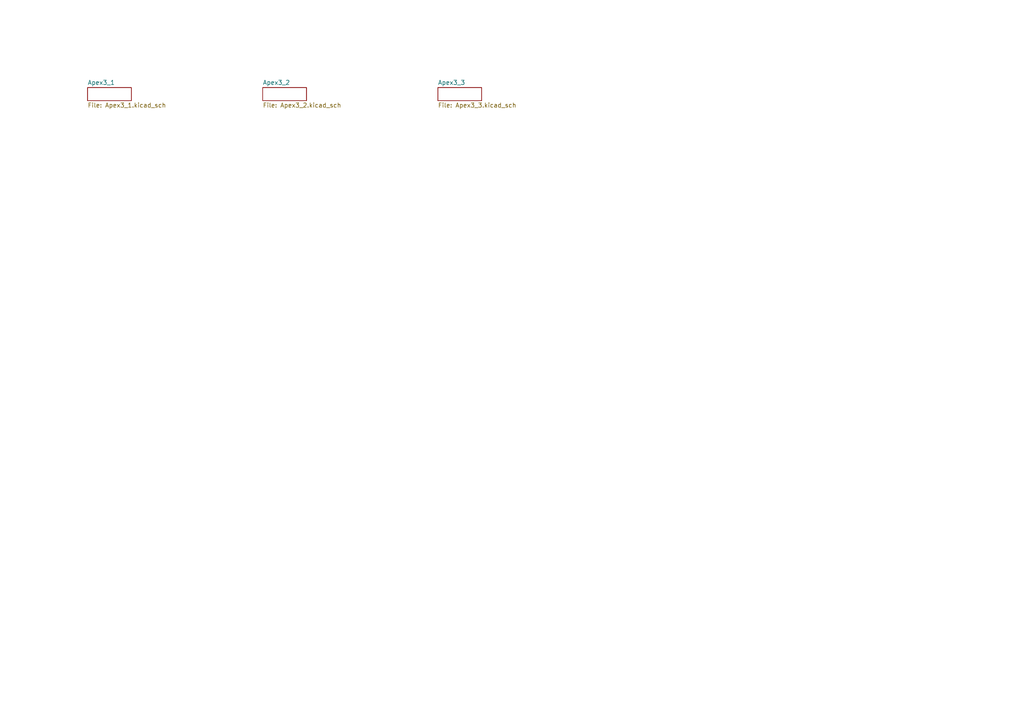
<source format=kicad_sch>
(kicad_sch
	(version 20231120)
	(generator "eeschema")
	(generator_version "8.0")
	(uuid "c46cd2ad-c82e-4e72-a014-58c4cebc7625")
	(paper "A4")
	(lib_symbols)
	(sheet
		(at 76.2 25.4)
		(size 12.7 3.81)
		(fields_autoplaced yes)
		(stroke
			(width 0)
			(type solid)
		)
		(fill
			(color 0 0 0 0.0000)
		)
		(uuid "2eccf662-0271-44a1-b6f4-f418bb22ddb9")
		(property "Sheetname" "Apex3_2"
			(at 76.2 24.6884 0)
			(effects
				(font
					(size 1.27 1.27)
				)
				(justify left bottom)
			)
		)
		(property "Sheetfile" "Apex3_2.kicad_sch"
			(at 76.2 29.7946 0)
			(effects
				(font
					(size 1.27 1.27)
				)
				(justify left top)
			)
		)
		(instances
			(project "Apex3"
				(path "/c46cd2ad-c82e-4e72-a014-58c4cebc7625"
					(page "2")
				)
			)
		)
	)
	(sheet
		(at 127 25.4)
		(size 12.7 3.81)
		(fields_autoplaced yes)
		(stroke
			(width 0)
			(type solid)
		)
		(fill
			(color 0 0 0 0.0000)
		)
		(uuid "50eb7244-608c-4929-aecc-2209cf9f6361")
		(property "Sheetname" "Apex3_3"
			(at 127 24.6884 0)
			(effects
				(font
					(size 1.27 1.27)
				)
				(justify left bottom)
			)
		)
		(property "Sheetfile" "Apex3_3.kicad_sch"
			(at 127 29.7946 0)
			(effects
				(font
					(size 1.27 1.27)
				)
				(justify left top)
			)
		)
		(instances
			(project "Apex3"
				(path "/c46cd2ad-c82e-4e72-a014-58c4cebc7625"
					(page "3")
				)
			)
		)
	)
	(sheet
		(at 25.4 25.4)
		(size 12.7 3.81)
		(fields_autoplaced yes)
		(stroke
			(width 0)
			(type solid)
		)
		(fill
			(color 0 0 0 0.0000)
		)
		(uuid "740824df-ec43-4282-a7a8-3971991e15b2")
		(property "Sheetname" "Apex3_1"
			(at 25.4 24.6884 0)
			(effects
				(font
					(size 1.27 1.27)
				)
				(justify left bottom)
			)
		)
		(property "Sheetfile" "Apex3_1.kicad_sch"
			(at 25.4 29.7946 0)
			(effects
				(font
					(size 1.27 1.27)
				)
				(justify left top)
			)
		)
		(instances
			(project "Apex3"
				(path "/c46cd2ad-c82e-4e72-a014-58c4cebc7625"
					(page "1")
				)
			)
		)
	)
	(sheet_instances
		(path "/"
			(page "1")
		)
	)
)

</source>
